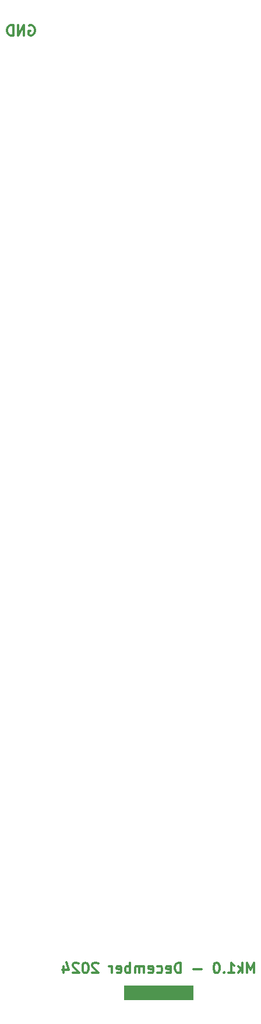
<source format=gbo>
%TF.GenerationSoftware,KiCad,Pcbnew,8.0.5*%
%TF.CreationDate,2024-12-04T18:31:37+01:00*%
%TF.ProjectId,DMH_S_H_Noise_PANEL,444d485f-535f-4485-9f4e-6f6973655f50,rev?*%
%TF.SameCoordinates,Original*%
%TF.FileFunction,Legend,Bot*%
%TF.FilePolarity,Positive*%
%FSLAX46Y46*%
G04 Gerber Fmt 4.6, Leading zero omitted, Abs format (unit mm)*
G04 Created by KiCad (PCBNEW 8.0.5) date 2024-12-04 18:31:37*
%MOMM*%
%LPD*%
G01*
G04 APERTURE LIST*
%ADD10C,0.100000*%
%ADD11C,0.300000*%
%ADD12C,12.000000*%
%ADD13O,2.500000X1.500000*%
%ADD14C,0.500000*%
%ADD15C,4.000000*%
%ADD16C,3.100000*%
%ADD17C,2.900000*%
%ADD18C,13.000000*%
%ADD19R,5.000000X10.000000*%
G04 APERTURE END LIST*
D10*
X70000000Y-225450000D02*
X80000000Y-225450000D01*
X80000000Y-227450000D01*
X70000000Y-227450000D01*
X70000000Y-225450000D01*
G36*
X70000000Y-225450000D02*
G01*
X80000000Y-225450000D01*
X80000000Y-227450000D01*
X70000000Y-227450000D01*
X70000000Y-225450000D01*
G37*
D11*
X88857141Y-223628328D02*
X88857141Y-222128328D01*
X88857141Y-222128328D02*
X88357141Y-223199757D01*
X88357141Y-223199757D02*
X87857141Y-222128328D01*
X87857141Y-222128328D02*
X87857141Y-223628328D01*
X87142855Y-223628328D02*
X87142855Y-222128328D01*
X86999998Y-223056900D02*
X86571426Y-223628328D01*
X86571426Y-222628328D02*
X87142855Y-223199757D01*
X85142854Y-223628328D02*
X85999997Y-223628328D01*
X85571426Y-223628328D02*
X85571426Y-222128328D01*
X85571426Y-222128328D02*
X85714283Y-222342614D01*
X85714283Y-222342614D02*
X85857140Y-222485471D01*
X85857140Y-222485471D02*
X85999997Y-222556900D01*
X84499998Y-223485471D02*
X84428569Y-223556900D01*
X84428569Y-223556900D02*
X84499998Y-223628328D01*
X84499998Y-223628328D02*
X84571426Y-223556900D01*
X84571426Y-223556900D02*
X84499998Y-223485471D01*
X84499998Y-223485471D02*
X84499998Y-223628328D01*
X83499997Y-222128328D02*
X83357140Y-222128328D01*
X83357140Y-222128328D02*
X83214283Y-222199757D01*
X83214283Y-222199757D02*
X83142855Y-222271185D01*
X83142855Y-222271185D02*
X83071426Y-222414042D01*
X83071426Y-222414042D02*
X82999997Y-222699757D01*
X82999997Y-222699757D02*
X82999997Y-223056900D01*
X82999997Y-223056900D02*
X83071426Y-223342614D01*
X83071426Y-223342614D02*
X83142855Y-223485471D01*
X83142855Y-223485471D02*
X83214283Y-223556900D01*
X83214283Y-223556900D02*
X83357140Y-223628328D01*
X83357140Y-223628328D02*
X83499997Y-223628328D01*
X83499997Y-223628328D02*
X83642855Y-223556900D01*
X83642855Y-223556900D02*
X83714283Y-223485471D01*
X83714283Y-223485471D02*
X83785712Y-223342614D01*
X83785712Y-223342614D02*
X83857140Y-223056900D01*
X83857140Y-223056900D02*
X83857140Y-222699757D01*
X83857140Y-222699757D02*
X83785712Y-222414042D01*
X83785712Y-222414042D02*
X83714283Y-222271185D01*
X83714283Y-222271185D02*
X83642855Y-222199757D01*
X83642855Y-222199757D02*
X83499997Y-222128328D01*
X81214284Y-223056900D02*
X80071427Y-223056900D01*
X78214284Y-223628328D02*
X78214284Y-222128328D01*
X78214284Y-222128328D02*
X77857141Y-222128328D01*
X77857141Y-222128328D02*
X77642855Y-222199757D01*
X77642855Y-222199757D02*
X77499998Y-222342614D01*
X77499998Y-222342614D02*
X77428569Y-222485471D01*
X77428569Y-222485471D02*
X77357141Y-222771185D01*
X77357141Y-222771185D02*
X77357141Y-222985471D01*
X77357141Y-222985471D02*
X77428569Y-223271185D01*
X77428569Y-223271185D02*
X77499998Y-223414042D01*
X77499998Y-223414042D02*
X77642855Y-223556900D01*
X77642855Y-223556900D02*
X77857141Y-223628328D01*
X77857141Y-223628328D02*
X78214284Y-223628328D01*
X76142855Y-223556900D02*
X76285712Y-223628328D01*
X76285712Y-223628328D02*
X76571427Y-223628328D01*
X76571427Y-223628328D02*
X76714284Y-223556900D01*
X76714284Y-223556900D02*
X76785712Y-223414042D01*
X76785712Y-223414042D02*
X76785712Y-222842614D01*
X76785712Y-222842614D02*
X76714284Y-222699757D01*
X76714284Y-222699757D02*
X76571427Y-222628328D01*
X76571427Y-222628328D02*
X76285712Y-222628328D01*
X76285712Y-222628328D02*
X76142855Y-222699757D01*
X76142855Y-222699757D02*
X76071427Y-222842614D01*
X76071427Y-222842614D02*
X76071427Y-222985471D01*
X76071427Y-222985471D02*
X76785712Y-223128328D01*
X74785713Y-223556900D02*
X74928570Y-223628328D01*
X74928570Y-223628328D02*
X75214284Y-223628328D01*
X75214284Y-223628328D02*
X75357141Y-223556900D01*
X75357141Y-223556900D02*
X75428570Y-223485471D01*
X75428570Y-223485471D02*
X75499998Y-223342614D01*
X75499998Y-223342614D02*
X75499998Y-222914042D01*
X75499998Y-222914042D02*
X75428570Y-222771185D01*
X75428570Y-222771185D02*
X75357141Y-222699757D01*
X75357141Y-222699757D02*
X75214284Y-222628328D01*
X75214284Y-222628328D02*
X74928570Y-222628328D01*
X74928570Y-222628328D02*
X74785713Y-222699757D01*
X73571427Y-223556900D02*
X73714284Y-223628328D01*
X73714284Y-223628328D02*
X73999999Y-223628328D01*
X73999999Y-223628328D02*
X74142856Y-223556900D01*
X74142856Y-223556900D02*
X74214284Y-223414042D01*
X74214284Y-223414042D02*
X74214284Y-222842614D01*
X74214284Y-222842614D02*
X74142856Y-222699757D01*
X74142856Y-222699757D02*
X73999999Y-222628328D01*
X73999999Y-222628328D02*
X73714284Y-222628328D01*
X73714284Y-222628328D02*
X73571427Y-222699757D01*
X73571427Y-222699757D02*
X73499999Y-222842614D01*
X73499999Y-222842614D02*
X73499999Y-222985471D01*
X73499999Y-222985471D02*
X74214284Y-223128328D01*
X72857142Y-223628328D02*
X72857142Y-222628328D01*
X72857142Y-222771185D02*
X72785713Y-222699757D01*
X72785713Y-222699757D02*
X72642856Y-222628328D01*
X72642856Y-222628328D02*
X72428570Y-222628328D01*
X72428570Y-222628328D02*
X72285713Y-222699757D01*
X72285713Y-222699757D02*
X72214285Y-222842614D01*
X72214285Y-222842614D02*
X72214285Y-223628328D01*
X72214285Y-222842614D02*
X72142856Y-222699757D01*
X72142856Y-222699757D02*
X71999999Y-222628328D01*
X71999999Y-222628328D02*
X71785713Y-222628328D01*
X71785713Y-222628328D02*
X71642856Y-222699757D01*
X71642856Y-222699757D02*
X71571427Y-222842614D01*
X71571427Y-222842614D02*
X71571427Y-223628328D01*
X70857142Y-223628328D02*
X70857142Y-222128328D01*
X70857142Y-222699757D02*
X70714285Y-222628328D01*
X70714285Y-222628328D02*
X70428570Y-222628328D01*
X70428570Y-222628328D02*
X70285713Y-222699757D01*
X70285713Y-222699757D02*
X70214285Y-222771185D01*
X70214285Y-222771185D02*
X70142856Y-222914042D01*
X70142856Y-222914042D02*
X70142856Y-223342614D01*
X70142856Y-223342614D02*
X70214285Y-223485471D01*
X70214285Y-223485471D02*
X70285713Y-223556900D01*
X70285713Y-223556900D02*
X70428570Y-223628328D01*
X70428570Y-223628328D02*
X70714285Y-223628328D01*
X70714285Y-223628328D02*
X70857142Y-223556900D01*
X68928570Y-223556900D02*
X69071427Y-223628328D01*
X69071427Y-223628328D02*
X69357142Y-223628328D01*
X69357142Y-223628328D02*
X69499999Y-223556900D01*
X69499999Y-223556900D02*
X69571427Y-223414042D01*
X69571427Y-223414042D02*
X69571427Y-222842614D01*
X69571427Y-222842614D02*
X69499999Y-222699757D01*
X69499999Y-222699757D02*
X69357142Y-222628328D01*
X69357142Y-222628328D02*
X69071427Y-222628328D01*
X69071427Y-222628328D02*
X68928570Y-222699757D01*
X68928570Y-222699757D02*
X68857142Y-222842614D01*
X68857142Y-222842614D02*
X68857142Y-222985471D01*
X68857142Y-222985471D02*
X69571427Y-223128328D01*
X68214285Y-223628328D02*
X68214285Y-222628328D01*
X68214285Y-222914042D02*
X68142856Y-222771185D01*
X68142856Y-222771185D02*
X68071428Y-222699757D01*
X68071428Y-222699757D02*
X67928570Y-222628328D01*
X67928570Y-222628328D02*
X67785713Y-222628328D01*
X66214285Y-222271185D02*
X66142857Y-222199757D01*
X66142857Y-222199757D02*
X66000000Y-222128328D01*
X66000000Y-222128328D02*
X65642857Y-222128328D01*
X65642857Y-222128328D02*
X65500000Y-222199757D01*
X65500000Y-222199757D02*
X65428571Y-222271185D01*
X65428571Y-222271185D02*
X65357142Y-222414042D01*
X65357142Y-222414042D02*
X65357142Y-222556900D01*
X65357142Y-222556900D02*
X65428571Y-222771185D01*
X65428571Y-222771185D02*
X66285714Y-223628328D01*
X66285714Y-223628328D02*
X65357142Y-223628328D01*
X64428571Y-222128328D02*
X64285714Y-222128328D01*
X64285714Y-222128328D02*
X64142857Y-222199757D01*
X64142857Y-222199757D02*
X64071429Y-222271185D01*
X64071429Y-222271185D02*
X64000000Y-222414042D01*
X64000000Y-222414042D02*
X63928571Y-222699757D01*
X63928571Y-222699757D02*
X63928571Y-223056900D01*
X63928571Y-223056900D02*
X64000000Y-223342614D01*
X64000000Y-223342614D02*
X64071429Y-223485471D01*
X64071429Y-223485471D02*
X64142857Y-223556900D01*
X64142857Y-223556900D02*
X64285714Y-223628328D01*
X64285714Y-223628328D02*
X64428571Y-223628328D01*
X64428571Y-223628328D02*
X64571429Y-223556900D01*
X64571429Y-223556900D02*
X64642857Y-223485471D01*
X64642857Y-223485471D02*
X64714286Y-223342614D01*
X64714286Y-223342614D02*
X64785714Y-223056900D01*
X64785714Y-223056900D02*
X64785714Y-222699757D01*
X64785714Y-222699757D02*
X64714286Y-222414042D01*
X64714286Y-222414042D02*
X64642857Y-222271185D01*
X64642857Y-222271185D02*
X64571429Y-222199757D01*
X64571429Y-222199757D02*
X64428571Y-222128328D01*
X63357143Y-222271185D02*
X63285715Y-222199757D01*
X63285715Y-222199757D02*
X63142858Y-222128328D01*
X63142858Y-222128328D02*
X62785715Y-222128328D01*
X62785715Y-222128328D02*
X62642858Y-222199757D01*
X62642858Y-222199757D02*
X62571429Y-222271185D01*
X62571429Y-222271185D02*
X62500000Y-222414042D01*
X62500000Y-222414042D02*
X62500000Y-222556900D01*
X62500000Y-222556900D02*
X62571429Y-222771185D01*
X62571429Y-222771185D02*
X63428572Y-223628328D01*
X63428572Y-223628328D02*
X62500000Y-223628328D01*
X61214287Y-222628328D02*
X61214287Y-223628328D01*
X61571429Y-222056900D02*
X61928572Y-223128328D01*
X61928572Y-223128328D02*
X61000001Y-223128328D01*
X56142856Y-85999757D02*
X56285714Y-85928328D01*
X56285714Y-85928328D02*
X56499999Y-85928328D01*
X56499999Y-85928328D02*
X56714285Y-85999757D01*
X56714285Y-85999757D02*
X56857142Y-86142614D01*
X56857142Y-86142614D02*
X56928571Y-86285471D01*
X56928571Y-86285471D02*
X56999999Y-86571185D01*
X56999999Y-86571185D02*
X56999999Y-86785471D01*
X56999999Y-86785471D02*
X56928571Y-87071185D01*
X56928571Y-87071185D02*
X56857142Y-87214042D01*
X56857142Y-87214042D02*
X56714285Y-87356900D01*
X56714285Y-87356900D02*
X56499999Y-87428328D01*
X56499999Y-87428328D02*
X56357142Y-87428328D01*
X56357142Y-87428328D02*
X56142856Y-87356900D01*
X56142856Y-87356900D02*
X56071428Y-87285471D01*
X56071428Y-87285471D02*
X56071428Y-86785471D01*
X56071428Y-86785471D02*
X56357142Y-86785471D01*
X55428571Y-87428328D02*
X55428571Y-85928328D01*
X55428571Y-85928328D02*
X54571428Y-87428328D01*
X54571428Y-87428328D02*
X54571428Y-85928328D01*
X53857142Y-87428328D02*
X53857142Y-85928328D01*
X53857142Y-85928328D02*
X53499999Y-85928328D01*
X53499999Y-85928328D02*
X53285713Y-85999757D01*
X53285713Y-85999757D02*
X53142856Y-86142614D01*
X53142856Y-86142614D02*
X53071427Y-86285471D01*
X53071427Y-86285471D02*
X52999999Y-86571185D01*
X52999999Y-86571185D02*
X52999999Y-86785471D01*
X52999999Y-86785471D02*
X53071427Y-87071185D01*
X53071427Y-87071185D02*
X53142856Y-87214042D01*
X53142856Y-87214042D02*
X53285713Y-87356900D01*
X53285713Y-87356900D02*
X53499999Y-87428328D01*
X53499999Y-87428328D02*
X53857142Y-87428328D01*
%LPC*%
D12*
%TO.C,H7*%
X87500000Y-108250000D03*
D13*
X87500000Y-114250000D03*
%TD*%
D12*
%TO.C,H6*%
X62500000Y-108250000D03*
D13*
X62500000Y-114250000D03*
%TD*%
D12*
%TO.C,H5*%
X75000000Y-71000000D03*
D13*
X75000000Y-77000000D03*
%TD*%
D14*
%TO.C,H10*%
X52800000Y-190250000D03*
X54460000Y-186220000D03*
X54470000Y-194290000D03*
X58500000Y-184550000D03*
D12*
X58500000Y-190250000D03*
D14*
X58500000Y-195950000D03*
X62530000Y-194290000D03*
X62540000Y-186220000D03*
X64200000Y-190250000D03*
%TD*%
D15*
%TO.C,H3*%
X53500000Y-226500000D03*
%TD*%
D14*
%TO.C,H19*%
X69300000Y-190250000D03*
X70960000Y-186220000D03*
X70970000Y-194290000D03*
X75000000Y-184550000D03*
D12*
X75000000Y-190250000D03*
D14*
X75000000Y-195950000D03*
X79030000Y-194290000D03*
X79040000Y-186220000D03*
X80700000Y-190250000D03*
%TD*%
D16*
%TO.C,H16*%
X75000000Y-47500000D03*
%TD*%
D14*
%TO.C,H12*%
X85800000Y-190250000D03*
X87460000Y-186220000D03*
X87470000Y-194290000D03*
X91500000Y-184550000D03*
D12*
X91500000Y-190250000D03*
D14*
X91500000Y-195950000D03*
X95530000Y-194290000D03*
X95540000Y-186220000D03*
X97200000Y-190250000D03*
%TD*%
%TO.C,H8*%
X52800000Y-171750000D03*
X54460000Y-167720000D03*
X54470000Y-175790000D03*
X58500000Y-166050000D03*
D12*
X58500000Y-171750000D03*
D14*
X58500000Y-177450000D03*
X62530000Y-175790000D03*
X62540000Y-167720000D03*
X64200000Y-171750000D03*
%TD*%
D17*
%TO.C,H18*%
X62500000Y-136100000D03*
D18*
X62500000Y-142500000D03*
%TD*%
D14*
%TO.C,H14*%
X52800000Y-208750000D03*
X54460000Y-204720000D03*
X54470000Y-212790000D03*
X58500000Y-203050000D03*
D12*
X58500000Y-208750000D03*
D14*
X58500000Y-214450000D03*
X62530000Y-212790000D03*
X62540000Y-204720000D03*
X64200000Y-208750000D03*
%TD*%
D15*
%TO.C,H2*%
X96500000Y-33500000D03*
%TD*%
%TO.C,H4*%
X96500000Y-226500000D03*
%TD*%
D14*
%TO.C,H13*%
X69300000Y-208750000D03*
X70960000Y-204720000D03*
X70970000Y-212790000D03*
X75000000Y-203050000D03*
D12*
X75000000Y-208750000D03*
D14*
X75000000Y-214450000D03*
X79030000Y-212790000D03*
X79040000Y-204720000D03*
X80700000Y-208750000D03*
%TD*%
D15*
%TO.C,H1*%
X53500000Y-33500000D03*
%TD*%
D14*
%TO.C,H15*%
X85800000Y-208750000D03*
X87460000Y-204720000D03*
X87470000Y-212790000D03*
X91500000Y-203050000D03*
D12*
X91500000Y-208750000D03*
D14*
X91500000Y-214450000D03*
X95530000Y-212790000D03*
X95540000Y-204720000D03*
X97200000Y-208750000D03*
%TD*%
%TO.C,H9*%
X69300000Y-171750000D03*
X70960000Y-167720000D03*
X70970000Y-175790000D03*
X75000000Y-166050000D03*
D12*
X75000000Y-171750000D03*
D14*
X75000000Y-177450000D03*
X79030000Y-175790000D03*
X79040000Y-167720000D03*
X80700000Y-171750000D03*
%TD*%
%TO.C,H11*%
X85800000Y-171750000D03*
X87460000Y-167720000D03*
X87470000Y-175790000D03*
X91500000Y-166050000D03*
D12*
X91500000Y-171750000D03*
D14*
X91500000Y-177450000D03*
X95530000Y-175790000D03*
X95540000Y-167720000D03*
X97200000Y-171750000D03*
%TD*%
D19*
%TO.C,J0*%
X55000000Y-80000000D03*
%TD*%
%LPD*%
M02*

</source>
